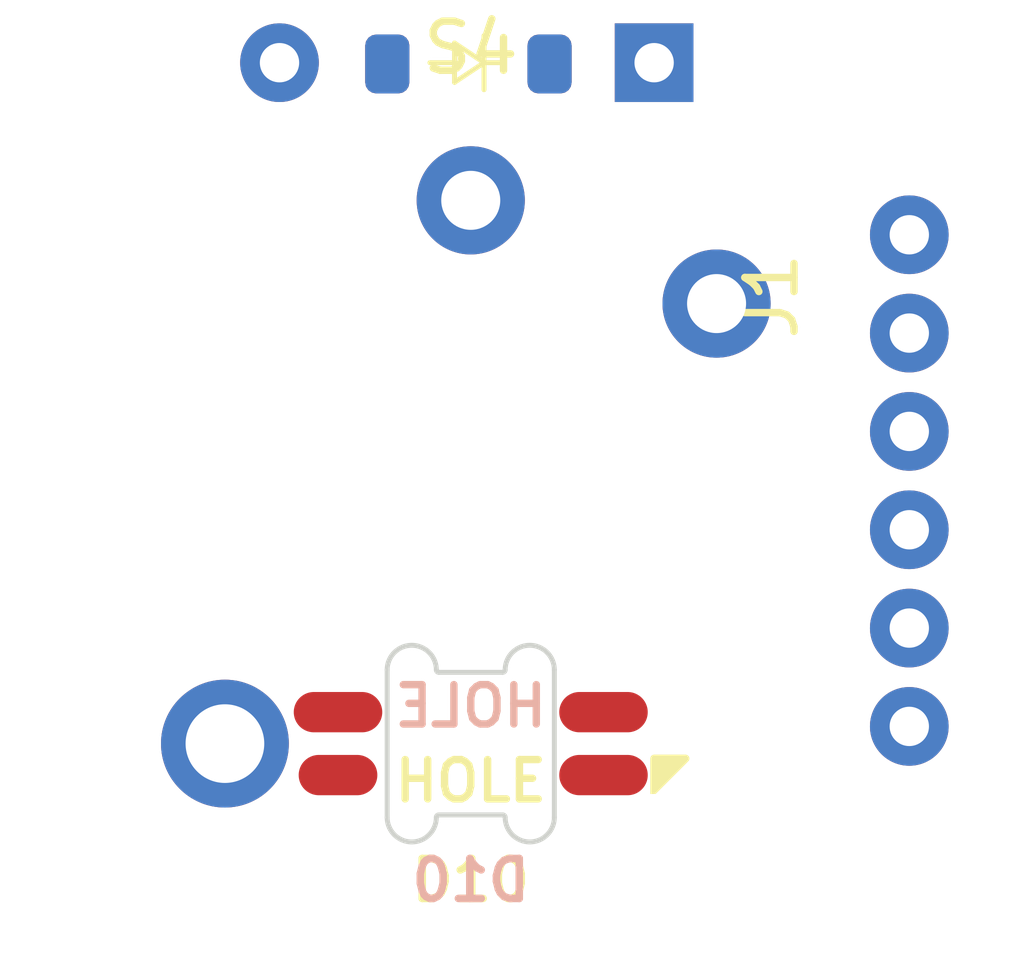
<source format=kicad_pcb>
(kicad_pcb (version 20241229) (generator "pcbnew") (generator_version "9.0")
  (layers (0 "F.Cu" signal) (2 "B.Cu" signal) (13 "F.Paste" user) (15 "B.Paste" user) (5 "F.SilkS" user "F.Silkscreen") (7 "B.SilkS" user "B.Silkscreen") (1 "F.Mask" user) (3 "B.Mask" user) (25 "Edge.Cuts" user))
  (net 0 "")
  (net 1 "Net-(D7-K)")
  (net 2 "Net-(D7-A)")
  (net 3 "Net-(D10-DOUT)")
  (net 4 "Net-(D10-VDD)")
  (net 5 "Net-(D10-VSS)")
  (net 6 "Net-(D10-DIN)")
  (net 7 "Net-(J1-Pad6)")
  (footprint "Library:JST_EH_B8B-EH-A_1x08_P2.50mm_Vertical_copy" (layer "F.Cu") (at 115.25 107.25 90)
    (property "Reference" "J1" (at 8.75 -2.8 90) (layer "F.SilkS"))
    (property "Value" "JST_06" (hide yes))
    (pad "1" thru_hole oval (at 0 0 90) (size 1.6 1.6) (drill 0.8) (layers "*.Cu" "*.Mask") (net 4 "Net-(D10-VDD)"))
    (pad "2" thru_hole oval (at 2 0 90) (size 1.6 1.6) (drill 0.8) (layers "*.Cu" "*.Mask") (net 5 "Net-(D10-VSS)"))
    (pad "3" thru_hole oval (at 4 0 90) (size 1.6 1.6) (drill 0.8) (layers "*.Cu" "*.Mask") (net 3 "Net-(D10-DOUT)"))
    (pad "4" thru_hole oval (at 6 0 90) (size 1.6 1.6) (drill 0.8) (layers "*.Cu" "*.Mask") (net 6 "Net-(D10-DIN)"))
    (pad "5" thru_hole oval (at 8 0 90) (size 1.6 1.6) (drill 0.8) (layers "*.Cu" "*.Mask") (net 1 "Net-(D7-K)"))
    (pad "6" thru_hole oval (at 10 0 90) (size 1.6 1.6) (drill 0.8) (layers "*.Cu" "*.Mask") (net 7 "Net-(J1-Pad6)"))
  )
  (footprint "Library:DualDiode" (layer "F.Cu") (at 110.06 93.75 180)
    (property "Reference" "D7" (hide yes))
    (property "Value" "Diode" (hide yes))
    (fp_line (start 4.06 0.4) (end 3.46 0) (stroke (width 0.1)) (layer "F.SilkS"))
    (fp_line (start 4.06 0) (end 4.56 0) (stroke (width 0.1)) (layer "F.SilkS"))
    (fp_line (start 4.06 -0.4) (end 4.06 0.4) (stroke (width 0.1)) (layer "F.SilkS"))
    (fp_line (start 3.46 0) (end 4.06 -0.4) (stroke (width 0.1)) (layer "F.SilkS"))
    (fp_line (start 3.46 -0.55) (end 3.46 0.55) (stroke (width 0.1)) (layer "F.SilkS"))
    (fp_line (start 3.06 0) (end 3.46 0) (stroke (width 0.1)) (layer "F.SilkS"))
    (pad "1" thru_hole rect (at 0 0 180) (size 1.6 1.6) (drill 0.8) (layers "*.Cu" "*.Mask") (net 1 "Net-(D7-K)"))
    (pad "1" smd roundrect (at 2.127464 -0.026164 180) (size 0.9 1.2) (layers "F.Cu" "F.Mask" "F.Paste") (net 1 "Net-(D7-K)"))
    (pad "1" smd roundrect (at 2.127464 -0.026164 180) (size 0.9 1.2) (layers "F.Mask" "B.Cu" "F.Paste") (net 1 "Net-(D7-K)"))
    (pad "2" smd roundrect (at 5.427464 -0.026164 180) (size 0.9 1.2) (layers "F.Cu" "F.Mask" "F.Paste") (net 2 "Net-(D7-A)"))
    (pad "2" smd roundrect (at 5.427464 -0.026164 180) (size 0.9 1.2) (layers "F.Mask" "B.Cu" "F.Paste") (net 2 "Net-(D7-A)"))
    (pad "2" thru_hole oval (at 7.62 0 180) (size 1.6 1.6) (drill 0.8) (layers "*.Cu" "*.Mask") (net 2 "Net-(D7-A)"))
  )
  (footprint "Library:SK6812Mini-E" (layer "F.Cu") (at 106.33 107.6)
    (property "Reference" "D10")
    (property "Value" "LED_SK6812MINI")
    (fp_poly (pts (xy 3.732577 0.938279) (xy 3.732577 0.303279) (xy 4.367577 0.303279)) (stroke (width 0.16)) (fill yes) (layer "F.SilkS"))
    (fp_line (start -1.7 -1.5) (end -1.7 1.5) (stroke (width 0.1)) (layer "Edge.Cuts"))
    (fp_line (start -0.65 -1.45) (end 0.65 -1.45) (stroke (width 0.1)) (layer "Edge.Cuts"))
    (fp_line (start -0.65 1.45) (end 0.65 1.45) (stroke (width 0.1)) (layer "Edge.Cuts"))
    (fp_line (start 1.7 1.5) (end 1.7 -1.5) (stroke (width 0.1)) (layer "Edge.Cuts"))
    (fp_arc (start -1.7 -1.5) (mid -1.2 -2) (end -0.7 -1.5) (stroke (width 0.1)) (layer "Edge.Cuts"))
    (fp_arc (start -0.7 1.5) (mid -1.2 2) (end -1.7 1.5) (stroke (width 0.1)) (layer "Edge.Cuts"))
    (fp_arc (start -0.7 1.5) (mid -0.685355 1.464645) (end -0.65 1.45) (stroke (width 0.1)) (layer "Edge.Cuts"))
    (fp_arc (start -0.65 -1.45) (mid -0.685355 -1.464645) (end -0.7 -1.5) (stroke (width 0.1)) (layer "Edge.Cuts"))
    (fp_arc (start 0.65 1.45) (mid 0.685355 1.464645) (end 0.7 1.5) (stroke (width 0.1)) (layer "Edge.Cuts"))
    (fp_arc (start 0.7 -1.5) (mid 0.685355 -1.464645) (end 0.65 -1.45) (stroke (width 0.1)) (layer "Edge.Cuts"))
    (fp_arc (start 0.7 -1.5) (mid 1.2 -2) (end 1.7 -1.5) (stroke (width 0.1)) (layer "Edge.Cuts"))
    (fp_arc (start 1.7 1.5) (mid 1.2 2) (end 0.7 1.5) (stroke (width 0.1)) (layer "Edge.Cuts"))
    (fp_text user "${REFERENCE}" (at 0 2.781 0) (layer "F.SilkS") (effects (font (size 0.8128 0.8128) (thickness 0.1524))))
    (fp_text user "HOLE" (at 0 0.762 0) (layer "F.SilkS") (effects (font (size 0.8 0.8))))
    (fp_text user "${REFERENCE}" (at 0 2.781 0) (layer "B.SilkS") (effects (font (size 0.8128 0.8128) (thickness 0.1524)) (justify mirror)))
    (fp_text user "HOLE" (at 0 -0.762 0) (layer "B.SilkS") (effects (font (size 0.8 0.8)) (justify mirror)))
    (pad "1" smd oval (at -2.7 -0.64) (size 1.8 0.82) (layers "F.Cu" "F.Mask" "F.Paste") (net 4 "Net-(D10-VDD)") (thermal_gap 0.2))
    (pad "2" smd oval (at -2.7 0.64) (size 1.6 0.82) (layers "F.Cu" "F.Mask" "F.Paste") (net 3 "Net-(D10-DOUT)") (thermal_gap 0.2))
    (pad "3" smd oval (at 2.7 0.64) (size 1.8 0.82) (layers "F.Cu" "F.Mask" "F.Paste") (net 5 "Net-(D10-VSS)") (thermal_gap 0.2))
    (pad "4" smd oval (at 2.7 -0.64) (size 1.8 0.82) (layers "F.Cu" "F.Mask" "F.Paste") (net 6 "Net-(D10-DIN)") (thermal_gap 0.2))
  )
  (footprint "Library:Choc_V1V2_1.00u" (layer "F.Cu") (at 106.33 102.45)
    (property "Reference" "S4" (at 0 -9 0) (layer "F.SilkS"))
    (property "Value" "Keyswitch")
    (pad "" np_thru_hole circle (at -5.5 0) (size 1.9 1.9) (drill 1.9) (layers "*.Cu" "*.Mask"))
    (pad "" thru_hole circle (at -5 5.15) (size 2.6 2.6) (drill 1.6) (layers "*.Cu" "*.Mask"))
    (pad "" np_thru_hole circle (at 0 0) (size 5.05 5.05) (drill 5.05) (layers "*.Cu" "*.Mask"))
    (pad "" np_thru_hole circle (at 5.5 0) (size 1.9 1.9) (drill 1.9) (layers "*.Cu" "*.Mask"))
    (pad "1" thru_hole circle (at 0 -5.9) (size 2.2 2.2) (drill 1.2) (layers "*.Cu" "*.Mask") (net 7 "Net-(J1-Pad6)"))
    (pad "2" thru_hole circle (at 5 -3.8) (size 2.2 2.2) (drill 1.2) (layers "*.Cu" "*.Mask") (net 2 "Net-(D7-A)"))
  )
)
</source>
